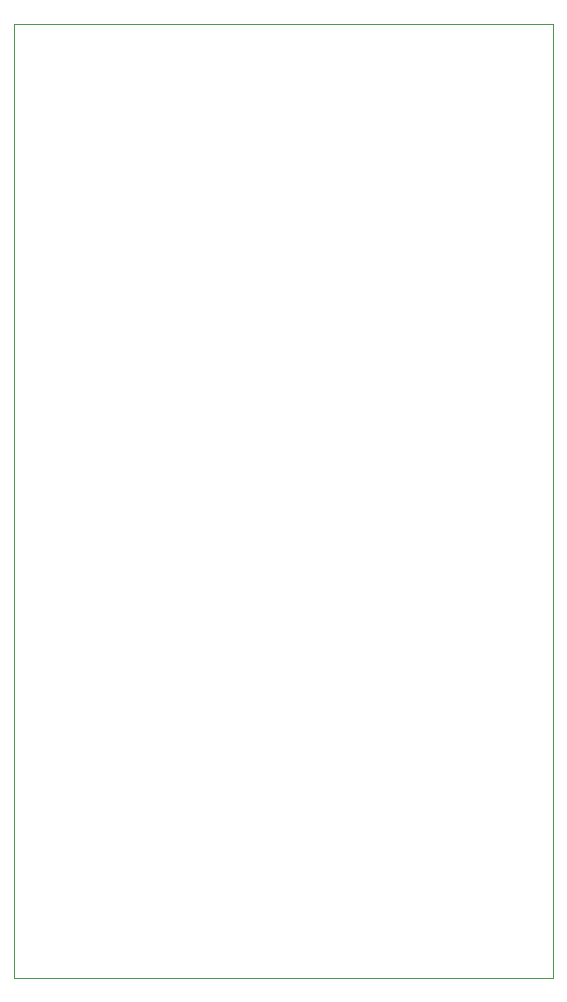
<source format=gbr>
%TF.GenerationSoftware,KiCad,Pcbnew,(6.0.8)*%
%TF.CreationDate,2024-08-14T07:32:43+02:00*%
%TF.ProjectId,FUSE_TestBoard,46555345-5f54-4657-9374-426f6172642e,rev?*%
%TF.SameCoordinates,Original*%
%TF.FileFunction,Profile,NP*%
%FSLAX46Y46*%
G04 Gerber Fmt 4.6, Leading zero omitted, Abs format (unit mm)*
G04 Created by KiCad (PCBNEW (6.0.8)) date 2024-08-14 07:32:43*
%MOMM*%
%LPD*%
G01*
G04 APERTURE LIST*
%TA.AperFunction,Profile*%
%ADD10C,0.100000*%
%TD*%
G04 APERTURE END LIST*
D10*
X150700000Y-72900000D02*
X196300000Y-72900000D01*
X196300000Y-72900000D02*
X196300000Y-153600000D01*
X196300000Y-153600000D02*
X150700000Y-153600000D01*
X150700000Y-153600000D02*
X150700000Y-72900000D01*
M02*

</source>
